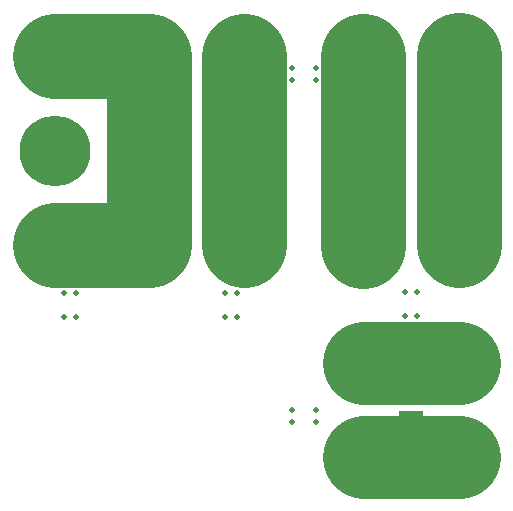
<source format=gbl>
%TF.GenerationSoftware,KiCad,Pcbnew,4.0.5-e0-6337~49~ubuntu16.04.1*%
%TF.CreationDate,2017-01-31T10:51:04-08:00*%
%TF.ProjectId,LegoLED-SMTButton-Battery,4C65676F4C45442D534D54427574746F,1.0*%
%TF.FileFunction,Copper,L2,Bot,Signal*%
%FSLAX46Y46*%
G04 Gerber Fmt 4.6, Leading zero omitted, Abs format (unit mm)*
G04 Created by KiCad (PCBNEW 4.0.5-e0-6337~49~ubuntu16.04.1) date Tue Jan 31 10:51:04 2017*
%MOMM*%
%LPD*%
G01*
G04 APERTURE LIST*
%ADD10C,0.350000*%
%ADD11C,2.000000*%
%ADD12C,7.000000*%
%ADD13C,7.200000*%
%ADD14C,0.500000*%
%ADD15R,2.000000X1.900000*%
%ADD16C,1.900000*%
%ADD17C,6.000000*%
%ADD18C,0.350000*%
G04 APERTURE END LIST*
D10*
D11*
X186990000Y-107110000D02*
X186990000Y-108210000D01*
D12*
X182990000Y-109910000D02*
X190990000Y-109910000D01*
X182990000Y-101910000D02*
X190990000Y-101910000D01*
D11*
X186990000Y-103260000D02*
X186990000Y-104360000D01*
D13*
X164800000Y-75920000D02*
X164800000Y-91920000D01*
X156800000Y-75920000D02*
X164800000Y-75920000D01*
X156800000Y-91920000D02*
X164800000Y-91920000D01*
X172800000Y-91920000D02*
X172800000Y-75920000D01*
X190990000Y-75800000D02*
X190990000Y-91900000D01*
X182890000Y-75900000D02*
X182890000Y-92000000D01*
D14*
X157602000Y-95974000D03*
X158618000Y-95974000D03*
X158618000Y-98006000D03*
X157602000Y-98006000D03*
X171202000Y-95974000D03*
X172218000Y-95974000D03*
X172218000Y-98006000D03*
X171202000Y-98006000D03*
X178926000Y-105902000D03*
X178926000Y-106918000D03*
X176894000Y-106918000D03*
X176894000Y-105902000D03*
X176884000Y-77928000D03*
X176884000Y-76912000D03*
X178916000Y-76912000D03*
X178916000Y-77928000D03*
D15*
X186990000Y-106910000D03*
D16*
X186990000Y-104370000D03*
D17*
X190990000Y-101910000D03*
X190990000Y-109910000D03*
X182990000Y-109910000D03*
X182990000Y-101910000D03*
X164800000Y-83920000D03*
X156800000Y-83920000D03*
X172800000Y-83920000D03*
X156800000Y-75920000D03*
X164800000Y-75920000D03*
X172800000Y-75920000D03*
X156800000Y-91920000D03*
X164800000Y-91920000D03*
X172800000Y-91920000D03*
D14*
X187506000Y-97910000D03*
X186490000Y-97910000D03*
X186490000Y-95878000D03*
X187506000Y-95878000D03*
D17*
X182990000Y-91900000D03*
X182990000Y-83900000D03*
X190990000Y-83900000D03*
X190990000Y-91900000D03*
X182990000Y-75900000D03*
X190990000Y-75900000D03*
D18*
X157602000Y-95974000D03*
X158618000Y-95974000D03*
X158618000Y-98006000D03*
X157602000Y-98006000D03*
X171202000Y-95974000D03*
X172218000Y-95974000D03*
X172218000Y-98006000D03*
X171202000Y-98006000D03*
X178926000Y-105902000D03*
X178926000Y-106918000D03*
X176894000Y-106918000D03*
X176894000Y-105902000D03*
X176884000Y-77928000D03*
X176884000Y-76912000D03*
X178916000Y-76912000D03*
X178916000Y-77928000D03*
X186990000Y-106910000D03*
X186990000Y-104370000D03*
X190990000Y-101910000D03*
X190990000Y-109910000D03*
X182990000Y-109910000D03*
X182990000Y-101910000D03*
X164800000Y-83920000D03*
X156800000Y-83920000D03*
X172800000Y-83920000D03*
X156800000Y-75920000D03*
X164800000Y-75920000D03*
X172800000Y-75920000D03*
X156800000Y-91920000D03*
X164800000Y-91920000D03*
X172800000Y-91920000D03*
X187506000Y-97910000D03*
X186490000Y-97910000D03*
X186490000Y-95878000D03*
X187506000Y-95878000D03*
X182990000Y-91900000D03*
X182990000Y-83900000D03*
X190990000Y-83900000D03*
X190990000Y-91900000D03*
X182990000Y-75900000D03*
X190990000Y-75900000D03*
M02*

</source>
